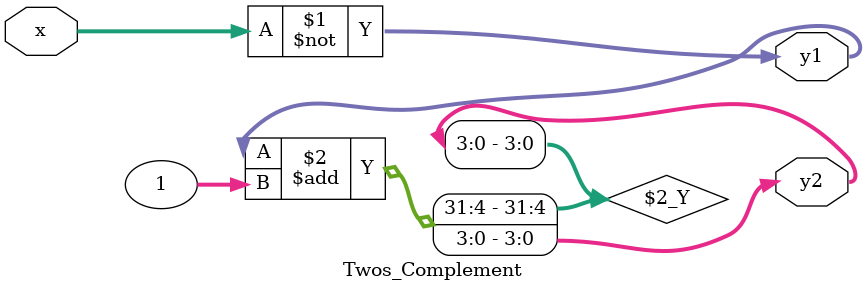
<source format=v>
`timescale 1ns / 1ps

module Twos_Complement(x,y1,y2);
    input [3:0] x;
    output [3:0] y1,y2;
    assign y1=~x;
    assign y2=y1+1;
endmodule

</source>
